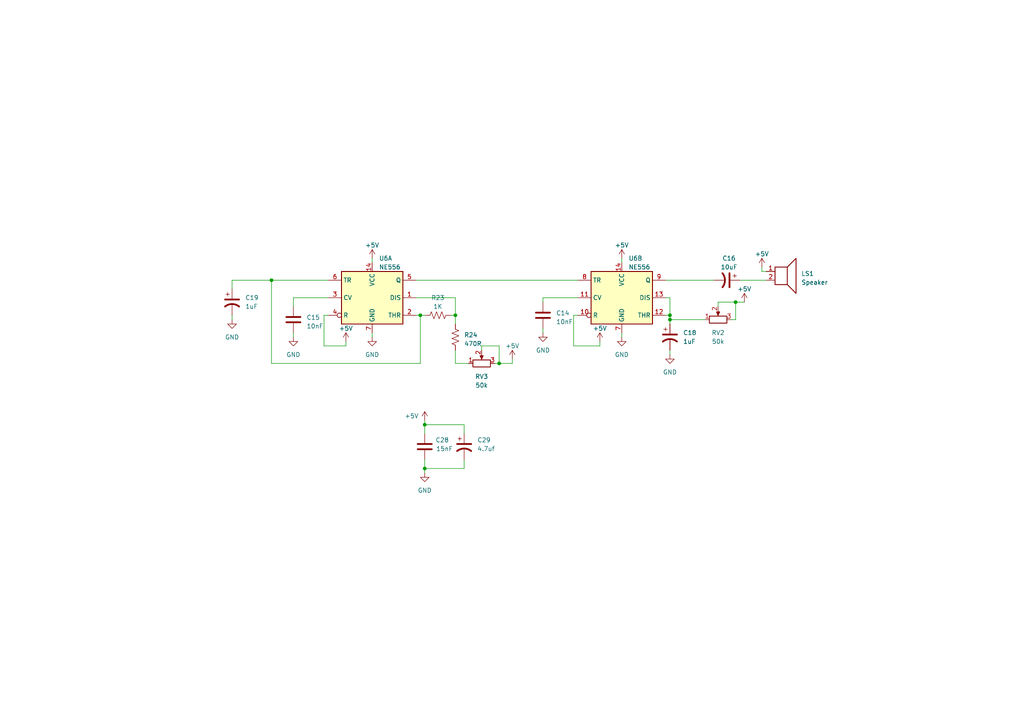
<source format=kicad_sch>
(kicad_sch (version 20230121) (generator eeschema)
  (paper "A4")
  (lib_symbols
    (symbol "Device:C" (pin_numbers hide) (pin_names (offset 0.254))
      (property "Reference" "C" (at 0.635 2.54 0))
      (property "Value" "C" (at 0.635 -2.54 0))
      (symbol "C_0_1"
        (polyline (pts (xy -2.032 -0.762) (xy 2.032 -0.762)) (stroke (width 0.508)))
        (polyline (pts (xy -2.032 0.762) (xy 2.032 0.762)) (stroke (width 0.508)))
      )
      (symbol "C_1_1"
        (pin passive line (at 0 3.81 270) (length 2.794) (name "~") (number "1"))
        (pin passive line (at 0 -3.81 90) (length 2.794) (name "~") (number "2"))
      )
    )
    (symbol "Device:C_Polarized_US" (pin_numbers hide) (pin_names (offset 0.254) hide)
      (property "Reference" "C" (at 0.635 2.54 0))
      (property "Value" "C_Polarized_US" (at 0.635 -2.54 0))
      (symbol "C_Polarized_US_0_1"
        (polyline (pts (xy -2.032 0.762) (xy 2.032 0.762)) (stroke (width 0.508)))
        (polyline (pts (xy -1.778 2.286) (xy -0.762 2.286)))
        (polyline (pts (xy -1.27 1.778) (xy -1.27 2.794)))
        (arc (start 2.032 -1.27) (mid 0 -0.5572) (end -2.032 -1.27) (stroke (width 0.508)))
      )
      (symbol "C_Polarized_US_1_1"
        (pin passive line (at 0 3.81 270) (length 2.794) (name "~") (number "1"))
        (pin passive line (at 0 -3.81 90) (length 3.302) (name "~") (number "2"))
      )
    )
    (symbol "Device:R_Potentiometer" (pin_names (offset 1.016) hide)
      (property "Reference" "RV" (at -4.445 0 90))
      (property "Value" "R_Potentiometer" (at -2.54 0 90))
      (symbol "R_Potentiometer_0_1"
        (polyline (pts (xy 2.54 0) (xy 1.524 0)))
        (polyline (pts (xy 1.143 0) (xy 2.286 0.508) (xy 2.286 -0.508) (xy 1.143 0)) (fill (type outline)))
        (rectangle (start 1.016 2.54) (end -1.016 -2.54) (stroke (width 0.254)))
      )
      (symbol "R_Potentiometer_1_1"
        (pin passive line (at 0 3.81 270) (length 1.27) (name "1") (number "1"))
        (pin passive line (at 3.81 0 180) (length 1.27) (name "2") (number "2"))
        (pin passive line (at 0 -3.81 90) (length 1.27) (name "3") (number "3"))
      )
    )
    (symbol "Device:R_US" (pin_numbers hide) (pin_names (offset 0))
      (property "Reference" "R" (at 2.54 0 90))
      (property "Value" "R_US" (at -2.54 0 90))
      (symbol "R_US_0_1"
        (polyline (pts (xy 0 -2.286) (xy 0 -2.54)))
        (polyline (pts (xy 0 2.286) (xy 0 2.54)))
        (polyline (pts (xy 0 -0.762) (xy 1.016 -1.143) (xy 0 -1.524) (xy -1.016 -1.905) (xy 0 -2.286)))
        (polyline (pts (xy 0 0.762) (xy 1.016 0.381) (xy 0 0) (xy -1.016 -0.381) (xy 0 -0.762)))
        (polyline (pts (xy 0 2.286) (xy 1.016 1.905) (xy 0 1.524) (xy -1.016 1.143) (xy 0 0.762)))
      )
      (symbol "R_US_1_1"
        (pin passive line (at 0 3.81 270) (length 1.27) (name "~") (number "1"))
        (pin passive line (at 0 -3.81 90) (length 1.27) (name "~") (number "2"))
      )
    )
    (symbol "Device:Speaker" (pin_names (offset 0) hide)
      (property "Reference" "LS" (at 1.27 5.715 0))
      (property "Value" "Speaker" (at 1.27 3.81 0))
      (symbol "Speaker_0_0"
        (rectangle (start -2.54 1.27) (end 1.016 -3.81) (stroke (width 0.254)))
        (polyline (pts (xy 1.016 1.27) (xy 3.556 3.81) (xy 3.556 -6.35) (xy 1.016 -3.81)) (stroke (width 0.254)))
      )
      (symbol "Speaker_1_1"
        (pin input line (at -5.08 0 0) (length 2.54) (name "1") (number "1"))
        (pin input line (at -5.08 -2.54 0) (length 2.54) (name "2") (number "2"))
      )
    )
    (symbol "Timer:NE556"
      (property "Reference" "U" (at -10.16 8.89 0))
      (property "Value" "NE556" (at -10.16 -8.89 0))
      (symbol "NE556_0_0"
        (pin power_in line (at 0 10.16 270) (length 2.54) (name "VCC") (number "14"))
        (pin power_in line (at 0 -10.16 90) (length 2.54) (name "GND") (number "7"))
      )
      (symbol "NE556_0_1"
        (rectangle (start -8.89 -7.62) (end 8.89 7.62) (stroke (width 0.254)) (fill (type background)))
        (rectangle (start -8.89 -7.62) (end 8.89 7.62) (stroke (width 0.254)) (fill (type background)))
      )
      (symbol "NE556_1_1"
        (pin input line (at 12.7 0 180) (length 3.81) (name "DIS") (number "1"))
        (pin input line (at 12.7 -5.08 180) (length 3.81) (name "THR") (number "2"))
        (pin input line (at -12.7 0 0) (length 3.81) (name "CV") (number "3"))
        (pin input inverted (at -12.7 -5.08 0) (length 3.81) (name "R") (number "4"))
        (pin output line (at 12.7 5.08 180) (length 3.81) (name "Q") (number "5"))
        (pin input line (at -12.7 5.08 0) (length 3.81) (name "TR") (number "6"))
      )
      (symbol "NE556_2_1"
        (pin input inverted (at -12.7 -5.08 0) (length 3.81) (name "R") (number "10"))
        (pin input line (at -12.7 0 0) (length 3.81) (name "CV") (number "11"))
        (pin input line (at 12.7 -5.08 180) (length 3.81) (name "THR") (number "12"))
        (pin input line (at 12.7 0 180) (length 3.81) (name "DIS") (number "13"))
        (pin input line (at -12.7 5.08 0) (length 3.81) (name "TR") (number "8"))
        (pin output line (at 12.7 5.08 180) (length 3.81) (name "Q") (number "9"))
      )
    )
    (symbol "power:+5V" (power) (pin_names (offset 0))
      (property "Value" "+5V" (at 0 3.556 0))
      (symbol "+5V_0_1"
        (polyline (pts (xy -0.762 1.27) (xy 0 2.54)))
        (polyline (pts (xy 0 0) (xy 0 2.54)))
        (polyline (pts (xy 0 2.54) (xy 0.762 1.27)))
      )
      (symbol "+5V_1_1"
        (pin power_in line (at 0 0 90) (length 0) hide (name "+5V") (number "1"))
      )
    )
    (symbol "power:GND" (power) (pin_names (offset 0))
      (property "Value" "GND" (at 0 -3.81 0))
      (symbol "GND_0_1"
        (polyline (pts (xy 0 0) (xy 0 -1.27) (xy 1.27 -1.27) (xy 0 -2.54) (xy -1.27 -1.27) (xy 0 -1.27)))
      )
      (symbol "GND_1_1"
        (pin power_in line (at 0 0 270) (length 0) hide (name "GND") (number "1"))
      )
    )
  )
  (junction (at 213.36 87.63))
  (junction (at 78.74 81.28))
  (junction (at 194.31 92.71))
  (junction (at 132.08 91.44))
  (junction (at 144.78 105.41))
  (junction (at 123.19 135.89))
  (junction (at 121.92 91.44))
  (junction (at 123.19 123.19))
  (junction (at 194.31 91.44))
  (wire (pts (xy 157.48 95.25) (xy 157.48 96.52)))
  (wire (pts (xy 144.78 100.33) (xy 144.78 105.41)))
  (wire (pts (xy 167.64 91.44) (xy 166.37 91.44)))
  (wire (pts (xy 95.25 81.28) (xy 78.74 81.28)))
  (wire (pts (xy 100.33 100.33) (xy 100.33 99.06)))
  (wire (pts (xy 132.08 105.41) (xy 135.89 105.41)))
  (wire (pts (xy 85.09 96.52) (xy 85.09 97.79)))
  (wire (pts (xy 220.98 77.47) (xy 220.98 78.74)))
  (wire (pts (xy 208.28 88.9) (xy 208.28 87.63)))
  (wire (pts (xy 173.99 100.33) (xy 173.99 99.06)))
  (wire (pts (xy 95.25 86.36) (xy 85.09 86.36)))
  (wire (pts (xy 123.19 133.35) (xy 123.19 135.89)))
  (wire (pts (xy 214.63 81.28) (xy 222.25 81.28)))
  (wire (pts (xy 132.08 101.6) (xy 132.08 105.41)))
  (wire (pts (xy 134.62 123.19) (xy 134.62 125.73)))
  (wire (pts (xy 123.19 121.92) (xy 123.19 123.19)))
  (wire (pts (xy 193.04 86.36) (xy 194.31 86.36)))
  (wire (pts (xy 148.59 104.14) (xy 148.59 105.41)))
  (wire (pts (xy 123.19 135.89) (xy 134.62 135.89)))
  (wire (pts (xy 166.37 100.33) (xy 173.99 100.33)))
  (wire (pts (xy 85.09 86.36) (xy 85.09 88.9)))
  (wire (pts (xy 193.04 91.44) (xy 194.31 91.44)))
  (wire (pts (xy 93.98 100.33) (xy 100.33 100.33)))
  (wire (pts (xy 166.37 91.44) (xy 166.37 100.33)))
  (wire (pts (xy 121.92 105.41) (xy 121.92 91.44)))
  (wire (pts (xy 67.31 81.28) (xy 78.74 81.28)))
  (wire (pts (xy 132.08 86.36) (xy 132.08 91.44)))
  (wire (pts (xy 123.19 123.19) (xy 134.62 123.19)))
  (wire (pts (xy 194.31 86.36) (xy 194.31 91.44)))
  (wire (pts (xy 107.95 74.93) (xy 107.95 76.2)))
  (wire (pts (xy 107.95 96.52) (xy 107.95 97.79)))
  (wire (pts (xy 139.7 100.33) (xy 144.78 100.33)))
  (wire (pts (xy 123.19 125.73) (xy 123.19 123.19)))
  (wire (pts (xy 123.19 135.89) (xy 123.19 137.16)))
  (wire (pts (xy 194.31 92.71) (xy 194.31 93.98)))
  (wire (pts (xy 180.34 96.52) (xy 180.34 97.79)))
  (wire (pts (xy 67.31 83.82) (xy 67.31 81.28)))
  (wire (pts (xy 120.65 81.28) (xy 167.64 81.28)))
  (wire (pts (xy 143.51 105.41) (xy 144.78 105.41)))
  (wire (pts (xy 148.59 105.41) (xy 144.78 105.41)))
  (wire (pts (xy 213.36 92.71) (xy 212.09 92.71)))
  (wire (pts (xy 132.08 91.44) (xy 130.81 91.44)))
  (wire (pts (xy 120.65 86.36) (xy 132.08 86.36)))
  (wire (pts (xy 204.47 92.71) (xy 194.31 92.71)))
  (wire (pts (xy 220.98 78.74) (xy 222.25 78.74)))
  (wire (pts (xy 180.34 74.93) (xy 180.34 76.2)))
  (wire (pts (xy 167.64 86.36) (xy 157.48 86.36)))
  (wire (pts (xy 95.25 91.44) (xy 93.98 91.44)))
  (wire (pts (xy 67.31 91.44) (xy 67.31 92.71)))
  (wire (pts (xy 132.08 91.44) (xy 132.08 93.98)))
  (wire (pts (xy 157.48 86.36) (xy 157.48 87.63)))
  (wire (pts (xy 121.92 91.44) (xy 120.65 91.44)))
  (wire (pts (xy 194.31 101.6) (xy 194.31 102.87)))
  (wire (pts (xy 194.31 92.71) (xy 194.31 91.44)))
  (wire (pts (xy 121.92 91.44) (xy 123.19 91.44)))
  (wire (pts (xy 78.74 105.41) (xy 121.92 105.41)))
  (wire (pts (xy 208.28 87.63) (xy 213.36 87.63)))
  (wire (pts (xy 213.36 87.63) (xy 215.9 87.63)))
  (wire (pts (xy 78.74 81.28) (xy 78.74 105.41)))
  (wire (pts (xy 93.98 91.44) (xy 93.98 100.33)))
  (wire (pts (xy 213.36 87.63) (xy 213.36 92.71)))
  (wire (pts (xy 134.62 135.89) (xy 134.62 133.35)))
  (wire (pts (xy 193.04 81.28) (xy 207.01 81.28)))
  (wire (pts (xy 139.7 101.6) (xy 139.7 100.33)))
  (symbol (lib_id "Device:C") (at 157.48 91.44 0) (unit 1)
    (property "Reference" "C14" (at 161.29 90.805 0) (effects (justify left)))
    (property "Value" "10nF" (at 161.29 93.345 0) (effects (justify left)))
  )
  (symbol (lib_id "Device:R_Potentiometer") (at 208.28 92.71 90) (unit 1)
    (property "Reference" "RV2" (at 208.28 96.52 90))
    (property "Value" "50k" (at 208.28 99.06 90))
  )
  (symbol (lib_id "power:GND") (at 180.34 97.79 0) (unit 1)
    (property "Reference" "#PWR039" (effects hide))
    (property "Value" "GND" (at 180.34 102.87 0))
  )
  (symbol (lib_id "power:+5V") (at 220.98 77.47 0) (unit 1)
    (property "Reference" "#PWR043" (effects hide))
    (property "Value" "+5V" (at 220.98 73.66 0))
  )
  (symbol (lib_id "power:+5V") (at 180.34 74.93 0) (unit 1)
    (property "Reference" "#PWR037" (effects hide))
    (property "Value" "+5V" (at 180.34 71.12 0))
  )
  (symbol (lib_id "Timer:NE556") (at 180.34 86.36 0) (unit 2)
    (property "Reference" "U6" (at 182.2959 74.93 0) (effects (justify left)))
    (property "Value" "NE556" (at 182.2959 77.47 0) (effects (justify left)))
    (property "Datasheet" "http://www.ti.com/lit/ds/symlink/ne556.pdf" (effects hide))
  )
  (symbol (lib_id "power:+5V") (at 215.9 87.63 0) (unit 1)
    (property "Reference" "#PWR044" (effects hide))
    (property "Value" "+5V" (at 215.9 83.82 0))
  )
  (symbol (lib_id "power:GND") (at 85.09 97.79 0) (unit 1)
    (property "Reference" "#PWR042" (effects hide))
    (property "Value" "GND" (at 85.09 102.87 0))
  )
  (symbol (lib_id "Device:R_US") (at 132.08 97.79 0) (unit 1)
    (property "Reference" "R24" (at 134.62 97.155 0) (effects (justify left)))
    (property "Value" "470R" (at 134.62 99.695 0) (effects (justify left)))
  )
  (symbol (lib_id "power:+5V") (at 148.59 104.14 0) (unit 1)
    (property "Reference" "#PWR047" (effects hide))
    (property "Value" "+5V" (at 148.59 100.33 0))
  )
  (symbol (lib_id "power:GND") (at 107.95 97.79 0) (unit 1)
    (property "Reference" "#PWR038" (effects hide))
    (property "Value" "GND" (at 107.95 102.87 0))
  )
  (symbol (lib_id "Device:Speaker") (at 227.33 78.74 0) (unit 1)
    (property "Reference" "LS1" (at 232.41 79.375 0) (effects (justify left)))
    (property "Value" "Speaker" (at 232.41 81.915 0) (effects (justify left)))
  )
  (symbol (lib_id "power:+5V") (at 100.33 99.06 0) (unit 1)
    (property "Reference" "#PWR036" (effects hide))
    (property "Value" "+5V" (at 100.33 95.25 0))
  )
  (symbol (lib_id "Device:R_Potentiometer") (at 139.7 105.41 90) (unit 1)
    (property "Reference" "RV3" (at 139.7 109.22 90))
    (property "Value" "50k" (at 139.7 111.76 90))
  )
  (symbol (lib_id "Device:C") (at 123.19 129.54 0) (unit 1)
    (property "Reference" "C28" (at 128.27 127.635 0))
    (property "Value" "15nF" (at 128.905 130.175 0))
  )
  (symbol (lib_id "power:GND") (at 67.31 92.71 0) (unit 1)
    (property "Reference" "#PWR046" (effects hide))
    (property "Value" "GND" (at 67.31 97.79 0))
  )
  (symbol (lib_id "Device:R_US") (at 127 91.44 90) (unit 1)
    (property "Reference" "R23" (at 127 86.36 90))
    (property "Value" "1K" (at 127 88.9 90))
  )
  (symbol (lib_id "Device:C_Polarized_US") (at 194.31 97.79 0) (unit 1)
    (property "Reference" "C18" (at 198.12 96.52 0) (effects (justify left)))
    (property "Value" "1uF" (at 198.12 99.06 0) (effects (justify left)))
  )
  (symbol (lib_id "Device:C_Polarized_US") (at 210.82 81.28 270) (unit 1)
    (property "Reference" "C16" (at 211.455 74.93 90))
    (property "Value" "10uF" (at 211.455 77.47 90))
  )
  (symbol (lib_id "power:GND") (at 123.19 137.16 0) (unit 1)
    (property "Reference" "#PWR074" (effects hide))
    (property "Value" "GND" (at 123.19 142.24 0))
  )
  (symbol (lib_id "power:+5V") (at 107.95 74.93 0) (unit 1)
    (property "Reference" "#PWR035" (effects hide))
    (property "Value" "+5V" (at 107.95 71.12 0))
  )
  (symbol (lib_id "power:+5V") (at 173.99 99.06 0) (unit 1)
    (property "Reference" "#PWR040" (effects hide))
    (property "Value" "+5V" (at 173.99 95.25 0))
  )
  (symbol (lib_id "Device:C") (at 85.09 92.71 0) (unit 1)
    (property "Reference" "C15" (at 88.9 92.075 0) (effects (justify left)))
    (property "Value" "10nF" (at 88.9 94.615 0) (effects (justify left)))
  )
  (symbol (lib_id "Device:C_Polarized_US") (at 134.62 129.54 0) (unit 1)
    (property "Reference" "C29" (at 138.43 127.635 0) (effects (justify left)))
    (property "Value" "4.7uf" (at 138.43 130.175 0) (effects (justify left)))
  )
  (symbol (lib_id "Device:C_Polarized_US") (at 67.31 87.63 0) (unit 1)
    (property "Reference" "C19" (at 71.12 86.36 0) (effects (justify left)))
    (property "Value" "1uF" (at 71.12 88.9 0) (effects (justify left)))
  )
  (symbol (lib_id "power:GND") (at 194.31 102.87 0) (unit 1)
    (property "Reference" "#PWR045" (effects hide))
    (property "Value" "GND" (at 194.31 107.95 0))
  )
  (symbol (lib_id "power:GND") (at 157.48 96.52 0) (unit 1)
    (property "Reference" "#PWR041" (effects hide))
    (property "Value" "GND" (at 157.48 101.6 0))
  )
  (symbol (lib_id "Timer:NE556") (at 107.95 86.36 0) (unit 1)
    (property "Reference" "U6" (at 109.9059 74.93 0) (effects (justify left)))
    (property "Value" "NE556" (at 109.9059 77.47 0) (effects (justify left)))
    (property "Datasheet" "http://www.ti.com/lit/ds/symlink/ne556.pdf" (effects hide))
  )
  (symbol (lib_id "power:+5V") (at 123.19 121.92 0) (unit 1)
    (property "Reference" "#PWR073" (effects hide))
    (property "Value" "+5V" (at 119.38 120.65 0))
  )
)
</source>
